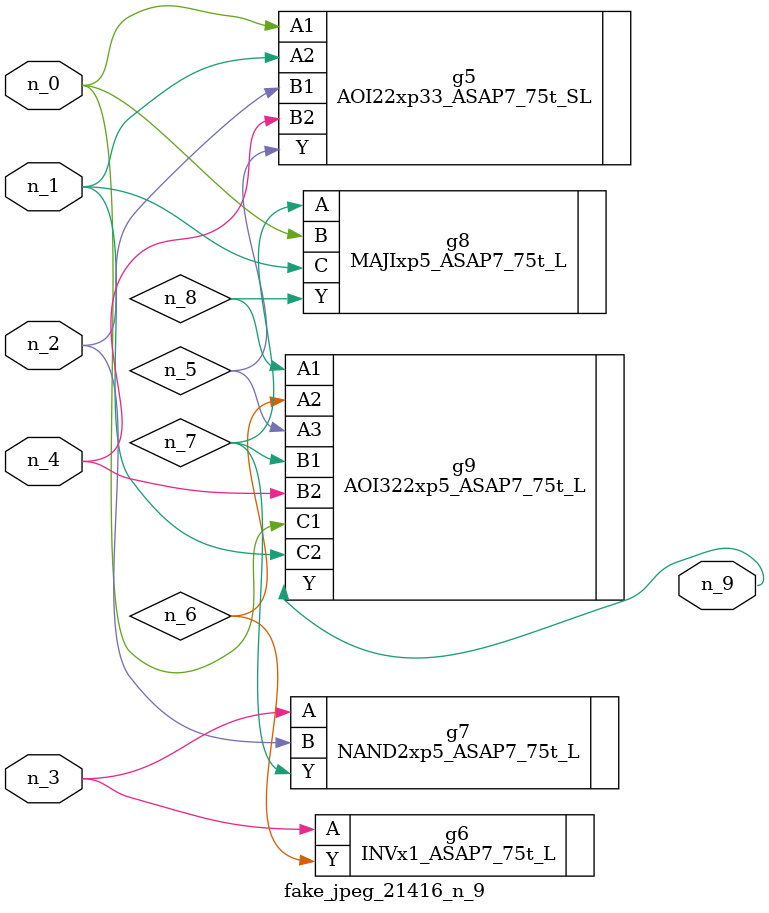
<source format=v>
module fake_jpeg_21416_n_9 (n_3, n_2, n_1, n_0, n_4, n_9);

input n_3;
input n_2;
input n_1;
input n_0;
input n_4;

output n_9;

wire n_8;
wire n_6;
wire n_5;
wire n_7;

AOI22xp33_ASAP7_75t_SL g5 ( 
.A1(n_0),
.A2(n_1),
.B1(n_2),
.B2(n_4),
.Y(n_5)
);

INVx1_ASAP7_75t_L g6 ( 
.A(n_3),
.Y(n_6)
);

NAND2xp5_ASAP7_75t_L g7 ( 
.A(n_3),
.B(n_2),
.Y(n_7)
);

MAJIxp5_ASAP7_75t_L g8 ( 
.A(n_7),
.B(n_0),
.C(n_1),
.Y(n_8)
);

AOI322xp5_ASAP7_75t_L g9 ( 
.A1(n_8),
.A2(n_6),
.A3(n_5),
.B1(n_7),
.B2(n_4),
.C1(n_0),
.C2(n_1),
.Y(n_9)
);


endmodule
</source>
